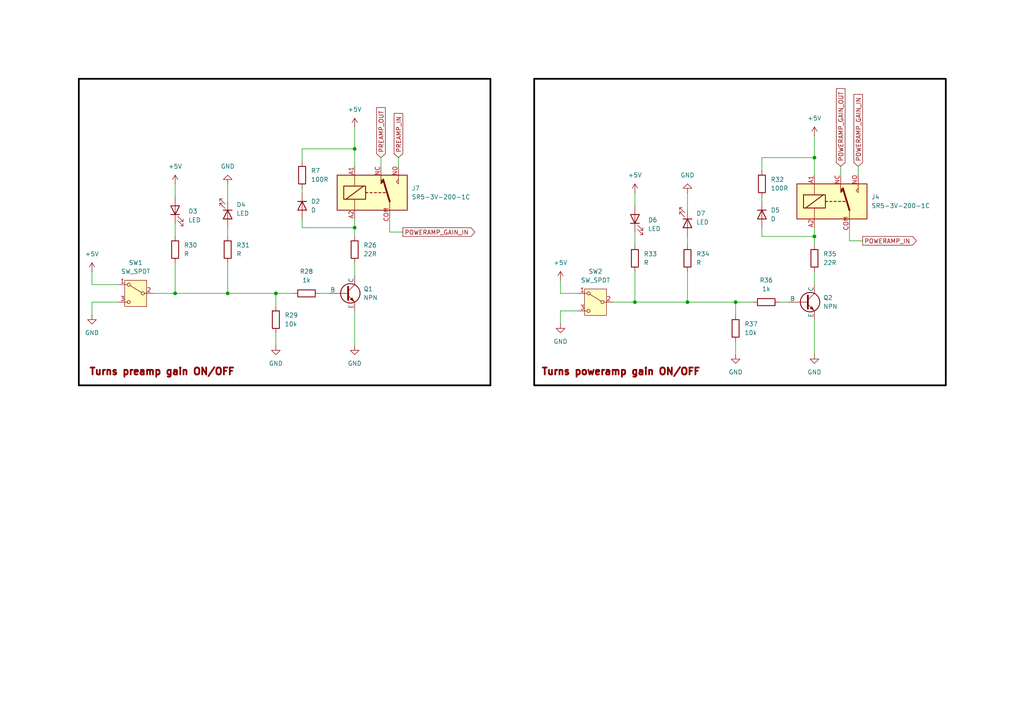
<source format=kicad_sch>
(kicad_sch (version 20231120) (generator "eeschema") (generator_version "8.0")
  (paper "A4")
  (title_block (title "Relay driving"))
  (lib_symbols
    (symbol "Device:D" (pin_numbers hide) (pin_names (offset 1.016) hide)
      (property "Reference" "D" (at 0 2.54 0))
      (property "Value" "D" (at 0 -2.54 0))
      (symbol "D_0_1"
        (polyline (pts (xy -1.27 1.27) (xy -1.27 -1.27)) (stroke (width 0.254)))
        (polyline (pts (xy 1.27 0) (xy -1.27 0)))
        (polyline (pts (xy 1.27 1.27) (xy 1.27 -1.27) (xy -1.27 0) (xy 1.27 1.27)) (stroke (width 0.254)))
      )
      (symbol "D_1_1"
        (pin passive line (at -3.81 0 0) (length 2.54) (name "K") (number "1"))
        (pin passive line (at 3.81 0 180) (length 2.54) (name "A") (number "2"))
      )
    )
    (symbol "Device:LED" (pin_numbers hide) (pin_names (offset 1.016) hide)
      (property "Reference" "D" (at 0 2.54 0))
      (property "Value" "LED" (at 0 -2.54 0))
      (symbol "LED_0_1"
        (polyline (pts (xy -1.27 -1.27) (xy -1.27 1.27)) (stroke (width 0.254)))
        (polyline (pts (xy -1.27 0) (xy 1.27 0)))
        (polyline (pts (xy 1.27 -1.27) (xy 1.27 1.27) (xy -1.27 0) (xy 1.27 -1.27)) (stroke (width 0.254)))
        (polyline (pts (xy -3.048 -0.762) (xy -4.572 -2.286) (xy -3.81 -2.286) (xy -4.572 -2.286) (xy -4.572 -1.524)))
        (polyline (pts (xy -1.778 -0.762) (xy -3.302 -2.286) (xy -2.54 -2.286) (xy -3.302 -2.286) (xy -3.302 -1.524)))
      )
      (symbol "LED_1_1"
        (pin passive line (at -3.81 0 0) (length 2.54) (name "K") (number "1"))
        (pin passive line (at 3.81 0 180) (length 2.54) (name "A") (number "2"))
      )
    )
    (symbol "Device:R" (pin_numbers hide) (pin_names (offset 0))
      (property "Reference" "R" (at 2.032 0 90))
      (property "Value" "R" (at 0 0 90))
      (symbol "R_0_1"
        (rectangle (start -1.016 -2.54) (end 1.016 2.54) (stroke (width 0.254)))
      )
      (symbol "R_1_1"
        (pin passive line (at 0 3.81 270) (length 1.27) (name "~") (number "1"))
        (pin passive line (at 0 -3.81 90) (length 1.27) (name "~") (number "2"))
      )
    )
    (symbol "SamacSys_Parts:SR5-3V-200-1C"
      (property "Reference" "J" (at 29.21 7.62 0))
      (property "Value" "SR5-3V-200-1C" (at 29.21 5.08 0))
      (symbol "SR5-3V-200-1C_0_0"
        (polyline (pts (xy 7.62 5.08) (xy 7.62 2.54) (xy 6.985 3.175) (xy 7.62 3.81)))
      )
      (symbol "SR5-3V-200-1C_0_1"
        (rectangle (start -10.16 5.08) (end 10.16 -5.08) (stroke (width 0.254)) (fill (type background)))
        (rectangle (start -8.255 1.905) (end -1.905 -1.905) (stroke (width 0.254)))
        (polyline (pts (xy -7.62 -1.905) (xy -2.54 1.905)) (stroke (width 0.254)))
        (polyline (pts (xy -5.08 -5.08) (xy -5.08 -1.905)))
        (polyline (pts (xy -5.08 5.08) (xy -5.08 1.905)))
        (polyline (pts (xy -1.905 0) (xy -1.27 0)) (stroke (width 0.254)))
        (polyline (pts (xy -0.635 0) (xy 0 0)) (stroke (width 0.254)))
        (polyline (pts (xy 0.635 0) (xy 1.27 0)) (stroke (width 0.254)))
        (polyline (pts (xy 1.905 0) (xy 2.54 0)) (stroke (width 0.254)))
        (polyline (pts (xy 3.175 0) (xy 3.81 0)) (stroke (width 0.254)))
        (polyline (pts (xy 5.08 -2.54) (xy 3.175 3.81)) (stroke (width 0.508)))
        (polyline (pts (xy 5.08 -2.54) (xy 5.08 -5.08)))
        (polyline (pts (xy 2.54 5.08) (xy 2.54 2.54) (xy 3.175 3.175) (xy 2.54 3.81)) (fill (type outline)))
      )
      (symbol "SR5-3V-200-1C_1_1"
        (pin passive line (at -5.08 7.62 270) (length 2.54) (name "~") (number "A1"))
        (pin passive line (at -5.08 -7.62 90) (length 2.54) (name "~") (number "A2"))
        (pin passive line (at 5.08 -7.62 90) (length 2.54) (name "~") (number "COM"))
        (pin passive line (at 2.54 7.62 270) (length 2.54) (name "~") (number "NC"))
        (pin passive line (at 7.62 7.62 270) (length 2.54) (name "~") (number "NO"))
      )
    )
    (symbol "Simulation_SPICE:NPN" (pin_numbers hide) (pin_names (offset 0))
      (property "Reference" "Q" (at -2.54 7.62 0))
      (property "Value" "NPN" (at -2.54 5.08 0))
      (symbol "NPN_0_1"
        (polyline (pts (xy -2.54 0) (xy 0.635 0)) (stroke (width 0.1524)))
        (polyline (pts (xy 0.635 0.635) (xy 2.54 2.54)))
        (polyline (pts (xy 2.794 -1.27) (xy 2.794 -1.27)) (stroke (width 0.1524)))
        (polyline (pts (xy 2.794 -1.27) (xy 2.794 -1.27)) (stroke (width 0.1524)))
        (polyline (pts (xy 0.635 -0.635) (xy 2.54 -2.54) (xy 2.54 -2.54)))
        (polyline (pts (xy 0.635 1.905) (xy 0.635 -1.905) (xy 0.635 -1.905)) (stroke (width 0.508)))
        (polyline (pts (xy 1.27 -1.778) (xy 1.778 -1.27) (xy 2.286 -2.286) (xy 1.27 -1.778) (xy 1.27 -1.778)) (fill (type outline)))
        (circle (center 1.27 0) (radius 2.8194) (stroke (width 0.254)))
      )
      (symbol "NPN_1_1"
        (pin open_collector line (at 2.54 5.08 270) (length 2.54) (name "C") (number "1"))
        (pin input line (at -5.08 0 0) (length 2.54) (name "B") (number "2"))
        (pin open_emitter line (at 2.54 -5.08 90) (length 2.54) (name "E") (number "3"))
      )
    )
    (symbol "Switch:SW_SPDT" (pin_names (offset 0) hide)
      (property "Reference" "SW" (at 0 5.08 0))
      (property "Value" "SW_SPDT" (at 0 -5.08 0))
      (symbol "SW_SPDT_0_1"
        (circle (center -2.032 0) (radius 0.4572))
        (polyline (pts (xy -1.651 0.254) (xy 1.651 2.286)))
        (circle (center 2.032 -2.54) (radius 0.4572))
        (circle (center 2.032 2.54) (radius 0.4572))
      )
      (symbol "SW_SPDT_1_1"
        (rectangle (start -3.175 3.81) (end 3.175 -3.81) (fill (type background)))
        (pin passive line (at 5.08 2.54 180) (length 2.54) (name "A") (number "1"))
        (pin passive line (at -5.08 0 0) (length 2.54) (name "B") (number "2"))
        (pin passive line (at 5.08 -2.54 180) (length 2.54) (name "C") (number "3"))
      )
    )
    (symbol "power:+5V" (power) (pin_numbers hide) (pin_names (offset 0) hide)
      (property "Value" "+5V" (at 0 3.556 0))
      (symbol "+5V_0_1"
        (polyline (pts (xy -0.762 1.27) (xy 0 2.54)))
        (polyline (pts (xy 0 0) (xy 0 2.54)))
        (polyline (pts (xy 0 2.54) (xy 0.762 1.27)))
      )
      (symbol "+5V_1_1"
        (pin power_in line (at 0 0 90) (length 0) (name "~") (number "1"))
      )
    )
    (symbol "power:GND" (power) (pin_numbers hide) (pin_names (offset 0) hide)
      (property "Value" "GND" (at 0 -3.81 0))
      (symbol "GND_0_1"
        (polyline (pts (xy 0 0) (xy 0 -1.27) (xy 1.27 -1.27) (xy 0 -2.54) (xy -1.27 -1.27) (xy 0 -1.27)))
      )
      (symbol "GND_1_1"
        (pin power_in line (at 0 0 270) (length 0) (name "~") (number "1"))
      )
    )
  )
  (junction (at 236.22 68.58))
  (junction (at 80.01 85.09))
  (junction (at 199.39 87.63))
  (junction (at 66.04 85.09))
  (junction (at 213.36 87.63))
  (junction (at 102.87 66.04))
  (junction (at 102.87 43.18))
  (junction (at 50.8 85.09))
  (junction (at 184.15 87.63))
  (junction (at 236.22 45.72))
  (wire (pts (xy 199.39 87.63) (xy 184.15 87.63)))
  (wire (pts (xy 80.01 96.52) (xy 80.01 100.33)))
  (wire (pts (xy 50.8 53.34) (xy 50.8 57.15)))
  (wire (pts (xy 34.29 87.63) (xy 26.67 87.63)))
  (wire (pts (xy 243.84 48.26) (xy 243.84 50.8)))
  (wire (pts (xy 184.15 55.88) (xy 184.15 59.69)))
  (wire (pts (xy 102.87 76.2) (xy 102.87 80.01)))
  (wire (pts (xy 102.87 63.5) (xy 102.87 66.04)))
  (wire (pts (xy 213.36 87.63) (xy 199.39 87.63)))
  (wire (pts (xy 113.03 67.31) (xy 113.03 63.5)))
  (wire (pts (xy 66.04 66.04) (xy 66.04 68.58)))
  (wire (pts (xy 80.01 85.09) (xy 66.04 85.09)))
  (wire (pts (xy 236.22 45.72) (xy 236.22 50.8)))
  (wire (pts (xy 87.63 66.04) (xy 87.63 63.5)))
  (wire (pts (xy 102.87 66.04) (xy 87.63 66.04)))
  (wire (pts (xy 110.49 45.72) (xy 110.49 48.26)))
  (wire (pts (xy 26.67 87.63) (xy 26.67 91.44)))
  (wire (pts (xy 199.39 87.63) (xy 199.39 78.74)))
  (wire (pts (xy 34.29 82.55) (xy 26.67 82.55)))
  (wire (pts (xy 220.98 68.58) (xy 220.98 66.04)))
  (wire (pts (xy 162.56 85.09) (xy 162.56 81.28)))
  (wire (pts (xy 220.98 49.53) (xy 220.98 45.72)))
  (wire (pts (xy 87.63 43.18) (xy 102.87 43.18)))
  (wire (pts (xy 246.38 69.85) (xy 246.38 66.04)))
  (wire (pts (xy 85.09 85.09) (xy 80.01 85.09)))
  (wire (pts (xy 66.04 85.09) (xy 50.8 85.09)))
  (wire (pts (xy 184.15 67.31) (xy 184.15 71.12)))
  (wire (pts (xy 199.39 68.58) (xy 199.39 71.12)))
  (wire (pts (xy 199.39 55.88) (xy 199.39 60.96)))
  (wire (pts (xy 177.8 87.63) (xy 184.15 87.63)))
  (wire (pts (xy 236.22 66.04) (xy 236.22 68.58)))
  (wire (pts (xy 162.56 90.17) (xy 162.56 93.98)))
  (wire (pts (xy 213.36 99.06) (xy 213.36 102.87)))
  (wire (pts (xy 87.63 46.99) (xy 87.63 43.18)))
  (wire (pts (xy 87.63 55.88) (xy 87.63 54.61)))
  (wire (pts (xy 102.87 66.04) (xy 102.87 68.58)))
  (wire (pts (xy 220.98 58.42) (xy 220.98 57.15)))
  (wire (pts (xy 115.57 45.72) (xy 115.57 48.26)))
  (wire (pts (xy 167.64 90.17) (xy 162.56 90.17)))
  (wire (pts (xy 218.44 87.63) (xy 213.36 87.63)))
  (wire (pts (xy 248.92 48.26) (xy 248.92 50.8)))
  (wire (pts (xy 236.22 92.71) (xy 236.22 102.87)))
  (wire (pts (xy 44.45 85.09) (xy 50.8 85.09)))
  (wire (pts (xy 50.8 64.77) (xy 50.8 68.58)))
  (wire (pts (xy 213.36 87.63) (xy 213.36 91.44)))
  (wire (pts (xy 102.87 90.17) (xy 102.87 100.33)))
  (wire (pts (xy 184.15 87.63) (xy 184.15 78.74)))
  (wire (pts (xy 236.22 78.74) (xy 236.22 82.55)))
  (wire (pts (xy 66.04 53.34) (xy 66.04 58.42)))
  (wire (pts (xy 167.64 85.09) (xy 162.56 85.09)))
  (wire (pts (xy 50.8 85.09) (xy 50.8 76.2)))
  (wire (pts (xy 220.98 45.72) (xy 236.22 45.72)))
  (wire (pts (xy 102.87 36.83) (xy 102.87 43.18)))
  (wire (pts (xy 80.01 85.09) (xy 80.01 88.9)))
  (wire (pts (xy 236.22 39.37) (xy 236.22 45.72)))
  (wire (pts (xy 226.06 87.63) (xy 228.6 87.63)))
  (wire (pts (xy 116.84 67.31) (xy 113.03 67.31)))
  (wire (pts (xy 92.71 85.09) (xy 95.25 85.09)))
  (wire (pts (xy 26.67 82.55) (xy 26.67 78.74)))
  (wire (pts (xy 250.19 69.85) (xy 246.38 69.85)))
  (wire (pts (xy 236.22 68.58) (xy 236.22 71.12)))
  (wire (pts (xy 66.04 85.09) (xy 66.04 76.2)))
  (wire (pts (xy 236.22 68.58) (xy 220.98 68.58)))
  (wire (pts (xy 102.87 43.18) (xy 102.87 48.26)))
  (rectangle (start 22.86 22.86) (end 142.24 111.76) (stroke (width 0.5) (color 0 0 0 1)))
  (rectangle (start 154.94 22.86) (end 274.32 111.76) (stroke (width 0.5) (color 0 0 0 1)))
  (text "Turns poweramp gain ON/OFF" (at 180.086 107.95 0) (effects (font (size 2 2) (thickness 0.6) (bold yes))))
  (text "Turns preamp gain ON/OFF" (at 46.99 107.95 0) (effects (font (size 2 2) (thickness 0.6) (bold yes))))
  (global_label "POWERAMP_GAIN_IN" (shape output) (at 116.84 67.31 0) (property "Intersheetrefs" "${INTERSHEET_REFS}" (effects (hide yes))))
  (global_label "PREAMP_OUT" (shape input) (at 110.49 45.72 90) (property "Intersheetrefs" "${INTERSHEET_REFS}" (effects (hide yes))))
  (global_label "POWERAMP_GAIN_OUT" (shape input) (at 243.84 48.26 90) (property "Intersheetrefs" "${INTERSHEET_REFS}" (effects (hide yes))))
  (global_label "PREAMP_IN" (shape input) (at 115.57 45.72 90) (property "Intersheetrefs" "${INTERSHEET_REFS}" (effects (hide yes))))
  (global_label "POWERAMP_IN" (shape output) (at 250.19 69.85 0) (property "Intersheetrefs" "${INTERSHEET_REFS}" (effects (hide yes))))
  (global_label "POWERAMP_GAIN_IN" (shape input) (at 248.92 48.26 90) (property "Intersheetrefs" "${INTERSHEET_REFS}" (effects (hide yes))))
  (symbol (lib_id "Device:LED") (at 66.04 62.23 270) (unit 1)
    (property "Reference" "D4" (at 68.58 59.3724 90) (effects (justify left)))
    (property "Value" "LED" (at 68.58 61.9124 90) (effects (justify left)))
    (property "Description" "Light emitting diode" (effects (hide yes)))
  )
  (symbol (lib_id "Simulation_SPICE:NPN") (at 233.68 87.63 0) (unit 1)
    (property "Reference" "Q2" (at 238.76 86.3599 0) (effects (justify left)))
    (property "Value" "NPN" (at 238.76 88.8999 0) (effects (justify left)))
    (property "Datasheet" "https://ngspice.sourceforge.io/docs/ngspice-html-manual/manual.xhtml#cha_BJTs" (effects (hide yes)))
    (property "Description" "Bipolar transistor symbol for simulation only, substrate tied to the emitter" (effects (hide yes)))
    (property "Sim.Device" "NPN" (effects (hide yes)))
    (property "Sim.Type" "GUMMELPOON" (effects (hide yes)))
    (property "Sim.Pins" "1=C 2=B 3=E" (effects (hide yes)))
  )
  (symbol (lib_id "Switch:SW_SPDT") (at 39.37 85.09 0) (mirror y) (unit 1)
    (property "Reference" "SW1" (at 39.37 76.2 0))
    (property "Value" "SW_SPDT" (at 39.37 78.74 0))
    (property "Description" "Switch, single pole double throw" (effects (hide yes)))
  )
  (symbol (lib_id "SamacSys_Parts:SR5-3V-200-1C") (at 241.3 58.42 0) (unit 1)
    (property "Reference" "J4" (at 252.73 57.1499 0) (effects (justify left)))
    (property "Value" "SR5-3V-200-1C" (at 252.73 59.6899 0) (effects (justify left)))
    (property "Footprint" "SR53V2001C" (effects (hide yes)))
    (property "Datasheet" "https://www.sameskydevices.com/product/resource/supplyframepdf/sr5.pdf" (effects (hide yes)))
    (property "Description" "15.6 x 10.6 x 11.8 mm, 3 V, 1 A, SPDT (1 Form C), Signal Relay" (effects (hide yes)))
    (property "Height" "12.1" (effects (hide yes)))
    (property "Manufacturer_Name" "Same Sky" (effects (hide yes)))
    (property "Manufacturer_Part_Number" "SR5-3V-200-1C" (effects (hide yes)))
    (property "Mouser Part Number" "179-SR5-3V-200-1C" (effects (hide yes)))
    (property "Mouser Price/Stock" "https://www.mouser.co.uk/ProductDetail/CUI-Devices/SR5-3V-200-1C?qs=4ASt3YYao0XB60H1Ojp4Wg%3D%3D" (effects (hide yes)))
  )
  (symbol (lib_id "power:GND") (at 199.39 55.88 180) (unit 1)
    (property "Reference" "#PWR020" (effects (hide yes)))
    (property "Value" "GND" (at 199.39 50.8 0))
    (property "Description" "Power symbol creates a global label with name \"GND\" , ground" (effects (hide yes)))
  )
  (symbol (lib_id "Device:R") (at 199.39 74.93 0) (unit 1)
    (property "Reference" "R34" (at 201.93 73.6599 0) (effects (justify left)))
    (property "Value" "R" (at 201.93 76.1999 0) (effects (justify left)))
    (property "Description" "Resistor" (effects (hide yes)))
  )
  (symbol (lib_id "Device:R") (at 213.36 95.25 0) (unit 1)
    (property "Reference" "R37" (at 215.9 93.9799 0) (effects (justify left)))
    (property "Value" "10k" (at 215.9 96.5199 0) (effects (justify left)))
    (property "Description" "Resistor" (effects (hide yes)))
  )
  (symbol (lib_id "Device:R") (at 66.04 72.39 0) (unit 1)
    (property "Reference" "R31" (at 68.58 71.1199 0) (effects (justify left)))
    (property "Value" "R" (at 68.58 73.6599 0) (effects (justify left)))
    (property "Description" "Resistor" (effects (hide yes)))
  )
  (symbol (lib_id "Switch:SW_SPDT") (at 172.72 87.63 0) (mirror y) (unit 1)
    (property "Reference" "SW2" (at 172.72 78.74 0))
    (property "Value" "SW_SPDT" (at 172.72 81.28 0))
    (property "Description" "Switch, single pole double throw" (effects (hide yes)))
  )
  (symbol (lib_id "power:GND") (at 26.67 91.44 0) (unit 1)
    (property "Reference" "#PWR017" (effects (hide yes)))
    (property "Value" "GND" (at 26.67 96.52 0))
    (property "Description" "Power symbol creates a global label with name \"GND\" , ground" (effects (hide yes)))
  )
  (symbol (lib_id "Device:D") (at 220.98 62.23 270) (unit 1)
    (property "Reference" "D5" (at 223.52 60.9599 90) (effects (justify left)))
    (property "Value" "D" (at 223.52 63.4999 90) (effects (justify left)))
    (property "Description" "Diode" (effects (hide yes)))
    (property "Sim.Device" "D" (effects (hide yes)))
    (property "Sim.Pins" "1=K 2=A" (effects (hide yes)))
  )
  (symbol (lib_id "Device:R") (at 222.25 87.63 270) (unit 1)
    (property "Reference" "R36" (at 222.25 81.28 90))
    (property "Value" "1k" (at 222.25 83.82 90))
    (property "Description" "Resistor" (effects (hide yes)))
  )
  (symbol (lib_id "SamacSys_Parts:SR5-3V-200-1C") (at 107.95 55.88 0) (unit 1)
    (property "Reference" "J7" (at 119.38 54.6099 0) (effects (justify left)))
    (property "Value" "SR5-3V-200-1C" (at 119.38 57.1499 0) (effects (justify left)))
    (property "Footprint" "SR53V2001C" (effects (hide yes)))
    (property "Datasheet" "https://www.sameskydevices.com/product/resource/supplyframepdf/sr5.pdf" (effects (hide yes)))
    (property "Description" "15.6 x 10.6 x 11.8 mm, 3 V, 1 A, SPDT (1 Form C), Signal Relay" (effects (hide yes)))
    (property "Height" "12.1" (effects (hide yes)))
    (property "Manufacturer_Name" "Same Sky" (effects (hide yes)))
    (property "Manufacturer_Part_Number" "SR5-3V-200-1C" (effects (hide yes)))
    (property "Mouser Part Number" "179-SR5-3V-200-1C" (effects (hide yes)))
    (property "Mouser Price/Stock" "https://www.mouser.co.uk/ProductDetail/CUI-Devices/SR5-3V-200-1C?qs=4ASt3YYao0XB60H1Ojp4Wg%3D%3D" (effects (hide yes)))
  )
  (symbol (lib_id "Device:R") (at 50.8 72.39 0) (unit 1)
    (property "Reference" "R30" (at 53.34 71.1199 0) (effects (justify left)))
    (property "Value" "R" (at 53.34 73.6599 0) (effects (justify left)))
    (property "Description" "Resistor" (effects (hide yes)))
  )
  (symbol (lib_id "power:+5V") (at 162.56 81.28 0) (unit 1)
    (property "Reference" "#PWR021" (effects (hide yes)))
    (property "Value" "+5V" (at 162.56 76.2 0))
    (property "Description" "Power symbol creates a global label with name \"+5V\"" (effects (hide yes)))
  )
  (symbol (lib_id "power:GND") (at 162.56 93.98 0) (unit 1)
    (property "Reference" "#PWR022" (effects (hide yes)))
    (property "Value" "GND" (at 162.56 99.06 0))
    (property "Description" "Power symbol creates a global label with name \"GND\" , ground" (effects (hide yes)))
  )
  (symbol (lib_id "power:GND") (at 80.01 100.33 0) (unit 1)
    (property "Reference" "#PWR012" (effects (hide yes)))
    (property "Value" "GND" (at 80.01 105.41 0))
    (property "Description" "Power symbol creates a global label with name \"GND\" , ground" (effects (hide yes)))
  )
  (symbol (lib_id "power:GND") (at 102.87 100.33 0) (unit 1)
    (property "Reference" "#PWR013" (effects (hide yes)))
    (property "Value" "GND" (at 102.87 105.41 0))
    (property "Description" "Power symbol creates a global label with name \"GND\" , ground" (effects (hide yes)))
  )
  (symbol (lib_id "Device:R") (at 236.22 74.93 0) (unit 1)
    (property "Reference" "R35" (at 238.76 73.6599 0) (effects (justify left)))
    (property "Value" "22R" (at 238.76 76.1999 0) (effects (justify left)))
    (property "Description" "Resistor" (effects (hide yes)))
  )
  (symbol (lib_id "Device:LED") (at 199.39 64.77 270) (unit 1)
    (property "Reference" "D7" (at 201.93 61.9124 90) (effects (justify left)))
    (property "Value" "LED" (at 201.93 64.4524 90) (effects (justify left)))
    (property "Description" "Light emitting diode" (effects (hide yes)))
  )
  (symbol (lib_id "Device:LED") (at 50.8 60.96 90) (unit 1)
    (property "Reference" "D3" (at 54.61 61.2774 90) (effects (justify right)))
    (property "Value" "LED" (at 54.61 63.8174 90) (effects (justify right)))
    (property "Description" "Light emitting diode" (effects (hide yes)))
  )
  (symbol (lib_id "Simulation_SPICE:NPN") (at 100.33 85.09 0) (unit 1)
    (property "Reference" "Q1" (at 105.41 83.8199 0) (effects (justify left)))
    (property "Value" "NPN" (at 105.41 86.3599 0) (effects (justify left)))
    (property "Datasheet" "https://ngspice.sourceforge.io/docs/ngspice-html-manual/manual.xhtml#cha_BJTs" (effects (hide yes)))
    (property "Description" "Bipolar transistor symbol for simulation only, substrate tied to the emitter" (effects (hide yes)))
    (property "Sim.Device" "NPN" (effects (hide yes)))
    (property "Sim.Type" "GUMMELPOON" (effects (hide yes)))
    (property "Sim.Pins" "1=C 2=B 3=E" (effects (hide yes)))
  )
  (symbol (lib_id "Device:R") (at 220.98 53.34 0) (unit 1)
    (property "Reference" "R32" (at 223.52 52.0699 0) (effects (justify left)))
    (property "Value" "100R" (at 223.52 54.6099 0) (effects (justify left)))
    (property "Description" "Resistor" (effects (hide yes)))
  )
  (symbol (lib_id "Device:R") (at 184.15 74.93 0) (unit 1)
    (property "Reference" "R33" (at 186.69 73.6599 0) (effects (justify left)))
    (property "Value" "R" (at 186.69 76.1999 0) (effects (justify left)))
    (property "Description" "Resistor" (effects (hide yes)))
  )
  (symbol (lib_id "power:GND") (at 66.04 53.34 180) (unit 1)
    (property "Reference" "#PWR015" (effects (hide yes)))
    (property "Value" "GND" (at 66.04 48.26 0))
    (property "Description" "Power symbol creates a global label with name \"GND\" , ground" (effects (hide yes)))
  )
  (symbol (lib_id "Device:R") (at 88.9 85.09 270) (unit 1)
    (property "Reference" "R28" (at 88.9 78.74 90))
    (property "Value" "1k" (at 88.9 81.28 90))
    (property "Description" "Resistor" (effects (hide yes)))
  )
  (symbol (lib_id "power:+5V") (at 50.8 53.34 0) (unit 1)
    (property "Reference" "#PWR014" (effects (hide yes)))
    (property "Value" "+5V" (at 50.8 48.26 0))
    (property "Description" "Power symbol creates a global label with name \"+5V\"" (effects (hide yes)))
  )
  (symbol (lib_id "power:+5V") (at 102.87 36.83 0) (unit 1)
    (property "Reference" "#PWR011" (effects (hide yes)))
    (property "Value" "+5V" (at 102.87 31.75 0))
    (property "Description" "Power symbol creates a global label with name \"+5V\"" (effects (hide yes)))
  )
  (symbol (lib_id "Device:R") (at 87.63 50.8 0) (unit 1)
    (property "Reference" "R7" (at 90.17 49.5299 0) (effects (justify left)))
    (property "Value" "100R" (at 90.17 52.0699 0) (effects (justify left)))
    (property "Description" "Resistor" (effects (hide yes)))
  )
  (symbol (lib_id "Device:R") (at 80.01 92.71 0) (unit 1)
    (property "Reference" "R29" (at 82.55 91.4399 0) (effects (justify left)))
    (property "Value" "10k" (at 82.55 93.9799 0) (effects (justify left)))
    (property "Description" "Resistor" (effects (hide yes)))
  )
  (symbol (lib_id "power:+5V") (at 236.22 39.37 0) (unit 1)
    (property "Reference" "#PWR018" (effects (hide yes)))
    (property "Value" "+5V" (at 236.22 34.29 0))
    (property "Description" "Power symbol creates a global label with name \"+5V\"" (effects (hide yes)))
  )
  (symbol (lib_id "Device:R") (at 102.87 72.39 0) (unit 1)
    (property "Reference" "R26" (at 105.41 71.1199 0) (effects (justify left)))
    (property "Value" "22R" (at 105.41 73.6599 0) (effects (justify left)))
    (property "Description" "Resistor" (effects (hide yes)))
  )
  (symbol (lib_id "Device:LED") (at 184.15 63.5 90) (unit 1)
    (property "Reference" "D6" (at 187.96 63.8174 90) (effects (justify right)))
    (property "Value" "LED" (at 187.96 66.3574 90) (effects (justify right)))
    (property "Description" "Light emitting diode" (effects (hide yes)))
  )
  (symbol (lib_id "power:GND") (at 236.22 102.87 0) (unit 1)
    (property "Reference" "#PWR024" (effects (hide yes)))
    (property "Value" "GND" (at 236.22 107.95 0))
    (property "Description" "Power symbol creates a global label with name \"GND\" , ground" (effects (hide yes)))
  )
  (symbol (lib_id "power:+5V") (at 26.67 78.74 0) (unit 1)
    (property "Reference" "#PWR016" (effects (hide yes)))
    (property "Value" "+5V" (at 26.67 73.66 0))
    (property "Description" "Power symbol creates a global label with name \"+5V\"" (effects (hide yes)))
  )
  (symbol (lib_id "power:+5V") (at 184.15 55.88 0) (unit 1)
    (property "Reference" "#PWR019" (effects (hide yes)))
    (property "Value" "+5V" (at 184.15 50.8 0))
    (property "Description" "Power symbol creates a global label with name \"+5V\"" (effects (hide yes)))
  )
  (symbol (lib_id "Device:D") (at 87.63 59.69 270) (unit 1)
    (property "Reference" "D2" (at 90.17 58.4199 90) (effects (justify left)))
    (property "Value" "D" (at 90.17 60.9599 90) (effects (justify left)))
    (property "Description" "Diode" (effects (hide yes)))
    (property "Sim.Device" "D" (effects (hide yes)))
    (property "Sim.Pins" "1=K 2=A" (effects (hide yes)))
  )
  (symbol (lib_id "power:GND") (at 213.36 102.87 0) (unit 1)
    (property "Reference" "#PWR023" (effects (hide yes)))
    (property "Value" "GND" (at 213.36 107.95 0))
    (property "Description" "Power symbol creates a global label with name \"GND\" , ground" (effects (hide yes)))
  )
)
</source>
